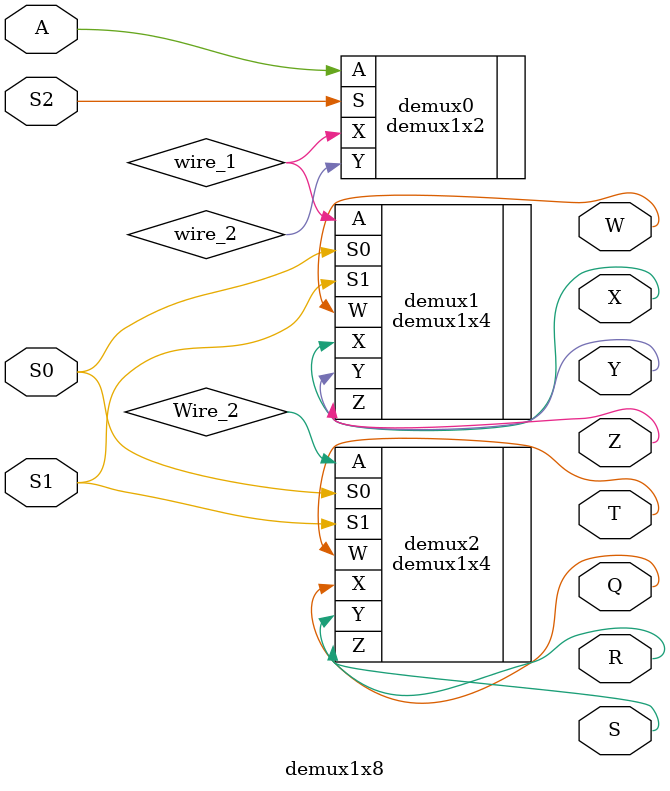
<source format=v>
module demux1x8(input A, S2, S1, S0, output X, Y, Z, W, Q, R, S, T);

	wire wire_1, wire_2;

	demux1x2 demux0(.A(A), .S(S2), .X(wire_1), .Y(wire_2));
	demux1x4 demux1(.A(wire_1), .S1(S1), .S0(S0), .X(X), .Y(Y), .Z(Z), .W(W));
	demux1x4 demux2(.A(Wire_2), .S1(S1), .S0(S0), .X(Q), .Y(R), .Z(S), .W(T));
	
endmodule

</source>
